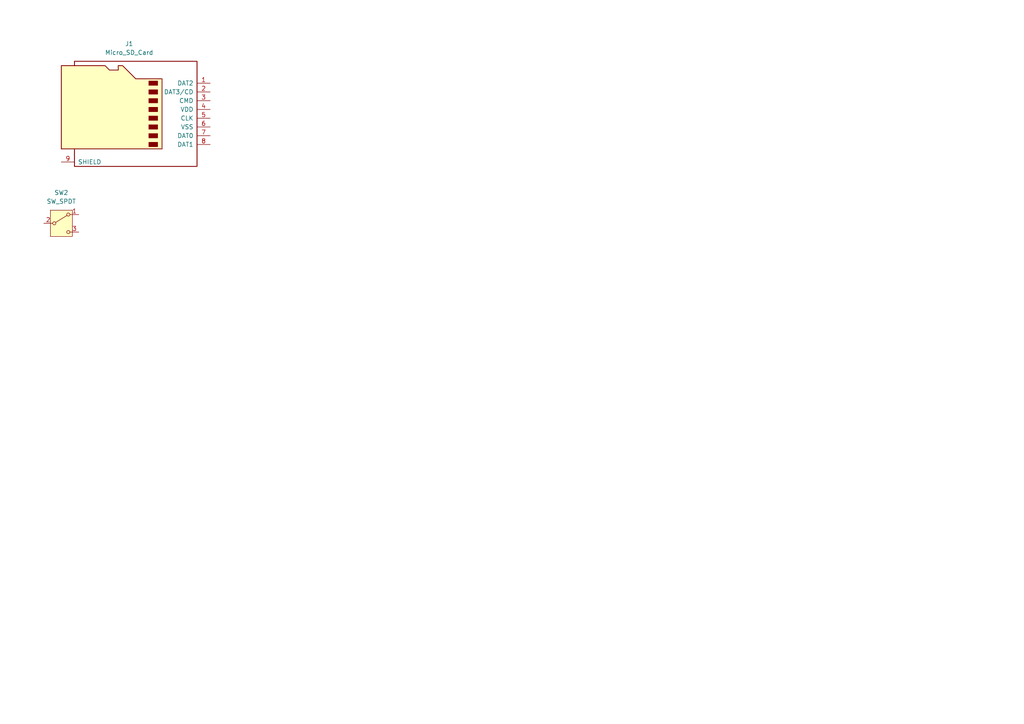
<source format=kicad_sch>
(kicad_sch (version 20231120) (generator "eeschema") (generator_version "8.0")
  (paper "A4")
  (lib_symbols
    (symbol "Connector:Micro_SD_Card" (pin_names (offset 1.016))
      (property "Reference" "J" (at -16.51 15.24 0))
      (property "Value" "Micro_SD_Card" (at 16.51 15.24 0))
      (symbol "Micro_SD_Card_0_1"
        (rectangle (start -7.62 -9.525) (end -5.08 -10.795) (fill (type outline)))
        (rectangle (start -7.62 -6.985) (end -5.08 -8.255) (fill (type outline)))
        (rectangle (start -7.62 -4.445) (end -5.08 -5.715) (fill (type outline)))
        (rectangle (start -7.62 -1.905) (end -5.08 -3.175) (fill (type outline)))
        (rectangle (start -7.62 0.635) (end -5.08 -0.635) (fill (type outline)))
        (rectangle (start -7.62 3.175) (end -5.08 1.905) (fill (type outline)))
        (rectangle (start -7.62 5.715) (end -5.08 4.445) (fill (type outline)))
        (rectangle (start -7.62 8.255) (end -5.08 6.985) (fill (type outline)))
        (polyline (pts (xy 16.51 12.7) (xy 16.51 13.97) (xy -19.05 13.97) (xy -19.05 -16.51) (xy 16.51 -16.51) (xy 16.51 -11.43)) (stroke (width 0.254)))
        (polyline (pts (xy -8.89 -11.43) (xy -8.89 8.89) (xy -1.27 8.89) (xy 2.54 12.7) (xy 3.81 12.7) (xy 3.81 11.43) (xy 6.35 11.43) (xy 7.62 12.7) (xy 20.32 12.7) (xy 20.32 -11.43) (xy -8.89 -11.43)) (stroke (width 0.254)) (fill (type background)))
      )
      (symbol "Micro_SD_Card_1_1"
        (pin bidirectional line (at -22.86 7.62 0) (length 3.81) (name "DAT2") (number "1"))
        (pin bidirectional line (at -22.86 5.08 0) (length 3.81) (name "DAT3/CD") (number "2"))
        (pin input line (at -22.86 2.54 0) (length 3.81) (name "CMD") (number "3"))
        (pin power_in line (at -22.86 0 0) (length 3.81) (name "VDD") (number "4"))
        (pin input line (at -22.86 -2.54 0) (length 3.81) (name "CLK") (number "5"))
        (pin power_in line (at -22.86 -5.08 0) (length 3.81) (name "VSS") (number "6"))
        (pin bidirectional line (at -22.86 -7.62 0) (length 3.81) (name "DAT0") (number "7"))
        (pin bidirectional line (at -22.86 -10.16 0) (length 3.81) (name "DAT1") (number "8"))
        (pin passive line (at 20.32 -15.24 180) (length 3.81) (name "SHIELD") (number "9"))
      )
    )
    (symbol "Switch:SW_SPDT" (pin_names (offset 0) hide)
      (property "Reference" "SW" (at 0 5.08 0))
      (property "Value" "SW_SPDT" (at 0 -5.08 0))
      (symbol "SW_SPDT_0_1"
        (circle (center -2.032 0) (radius 0.4572))
        (polyline (pts (xy -1.651 0.254) (xy 1.651 2.286)))
        (circle (center 2.032 -2.54) (radius 0.4572))
        (circle (center 2.032 2.54) (radius 0.4572))
      )
      (symbol "SW_SPDT_1_1"
        (rectangle (start -3.175 3.81) (end 3.175 -3.81) (fill (type background)))
        (pin passive line (at 5.08 2.54 180) (length 2.54) (name "A") (number "1"))
        (pin passive line (at -5.08 0 0) (length 2.54) (name "B") (number "2"))
        (pin passive line (at 5.08 -2.54 180) (length 2.54) (name "C") (number "3"))
      )
    )
  )
  (symbol (lib_id "Switch:SW_SPDT") (at 17.78 64.77 0) (unit 1)
    (property "Reference" "SW2" (at 17.78 55.88 0))
    (property "Value" "SW_SPDT" (at 17.78 58.42 0))
    (property "Footprint" "Button_Switch_SMD:SW_SPDT_PCM12" (effects (hide yes)))
    (property "Description" "Switch, single pole double throw" (effects (hide yes)))
  )
  (symbol (lib_id "Connector:Micro_SD_Card") (at 38.1 31.75 0) (mirror y) (unit 1)
    (property "Reference" "J1" (at 37.465 12.7 0))
    (property "Value" "Micro_SD_Card" (at 37.465 15.24 0))
    (property "Footprint" "Connector_Card:microSD_HC_Hirose_DM3D-SF" (effects (hide yes)))
    (property "Datasheet" "http://katalog.we-online.de/em/datasheet/693072010801.pdf" (effects (hide yes)))
    (property "Description" "Micro SD Card Socket" (effects (hide yes)))
  )
)
</source>
